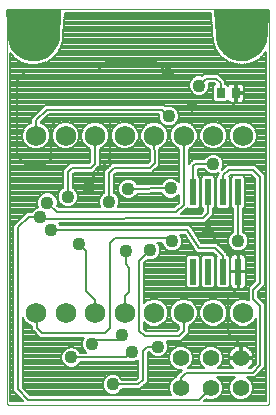
<source format=gtl>
G75*
%MOIN*%
%OFA0B0*%
%FSLAX25Y25*%
%IPPOS*%
%LPD*%
%AMOC8*
5,1,8,0,0,1.08239X$1,22.5*
%
%ADD10C,0.00000*%
%ADD11R,0.02756X0.03543*%
%ADD12R,0.02400X0.08700*%
%ADD13C,0.05600*%
%ADD14C,0.06800*%
%ADD15C,0.12661*%
%ADD16C,0.01200*%
%ADD17C,0.00800*%
%ADD18C,0.04362*%
%ADD19C,0.04000*%
D10*
X0001900Y0002499D02*
X0001900Y0132459D01*
X0001902Y0132519D01*
X0001907Y0132580D01*
X0001916Y0132639D01*
X0001929Y0132698D01*
X0001945Y0132757D01*
X0001965Y0132814D01*
X0001988Y0132869D01*
X0002015Y0132924D01*
X0002044Y0132976D01*
X0002077Y0133027D01*
X0002113Y0133076D01*
X0002151Y0133122D01*
X0002193Y0133166D01*
X0002237Y0133208D01*
X0002283Y0133246D01*
X0002332Y0133282D01*
X0002383Y0133315D01*
X0002435Y0133344D01*
X0002490Y0133371D01*
X0002545Y0133394D01*
X0002602Y0133414D01*
X0002661Y0133430D01*
X0002720Y0133443D01*
X0002779Y0133452D01*
X0002840Y0133457D01*
X0002900Y0133459D01*
X0088599Y0133459D01*
X0088599Y0133460D02*
X0088656Y0133458D01*
X0088713Y0133453D01*
X0088770Y0133443D01*
X0088826Y0133430D01*
X0088881Y0133414D01*
X0088934Y0133393D01*
X0088986Y0133370D01*
X0089037Y0133343D01*
X0089086Y0133312D01*
X0089132Y0133279D01*
X0089177Y0133243D01*
X0089218Y0133203D01*
X0089258Y0133162D01*
X0089294Y0133117D01*
X0089327Y0133071D01*
X0089358Y0133022D01*
X0089385Y0132971D01*
X0089408Y0132919D01*
X0089429Y0132866D01*
X0089445Y0132811D01*
X0089458Y0132755D01*
X0089468Y0132698D01*
X0089473Y0132641D01*
X0089475Y0132584D01*
X0089475Y0002499D01*
X0089473Y0002439D01*
X0089468Y0002378D01*
X0089459Y0002319D01*
X0089446Y0002260D01*
X0089430Y0002201D01*
X0089410Y0002144D01*
X0089387Y0002089D01*
X0089360Y0002034D01*
X0089331Y0001982D01*
X0089298Y0001931D01*
X0089262Y0001882D01*
X0089224Y0001836D01*
X0089182Y0001792D01*
X0089138Y0001750D01*
X0089092Y0001712D01*
X0089043Y0001676D01*
X0088992Y0001643D01*
X0088940Y0001614D01*
X0088885Y0001587D01*
X0088830Y0001564D01*
X0088773Y0001544D01*
X0088714Y0001528D01*
X0088655Y0001515D01*
X0088596Y0001506D01*
X0088535Y0001501D01*
X0088475Y0001499D01*
X0002900Y0001499D01*
X0002840Y0001501D01*
X0002779Y0001506D01*
X0002720Y0001515D01*
X0002661Y0001528D01*
X0002602Y0001544D01*
X0002545Y0001564D01*
X0002490Y0001587D01*
X0002435Y0001614D01*
X0002383Y0001643D01*
X0002332Y0001676D01*
X0002283Y0001712D01*
X0002237Y0001750D01*
X0002193Y0001792D01*
X0002151Y0001836D01*
X0002113Y0001882D01*
X0002077Y0001931D01*
X0002044Y0001982D01*
X0002015Y0002034D01*
X0001988Y0002089D01*
X0001965Y0002144D01*
X0001945Y0002201D01*
X0001929Y0002260D01*
X0001916Y0002319D01*
X0001907Y0002378D01*
X0001902Y0002439D01*
X0001900Y0002499D01*
D11*
X0073241Y0105499D03*
X0078359Y0105499D03*
D12*
X0079100Y0072499D03*
X0074100Y0072499D03*
X0069100Y0072499D03*
X0064100Y0072499D03*
X0064100Y0045999D03*
X0069100Y0045999D03*
X0074100Y0045999D03*
X0079100Y0045999D03*
D13*
X0080000Y0017199D03*
X0080000Y0007199D03*
X0070000Y0007199D03*
X0070000Y0017199D03*
X0060000Y0017199D03*
X0060000Y0007199D03*
D14*
X0060964Y0032271D03*
X0070806Y0032271D03*
X0080649Y0032271D03*
X0051121Y0032271D03*
X0041279Y0032271D03*
X0031436Y0032271D03*
X0021594Y0032271D03*
X0011751Y0032271D03*
X0011751Y0091326D03*
X0021594Y0091326D03*
X0031436Y0091326D03*
X0041279Y0091326D03*
X0051121Y0091326D03*
X0060964Y0091326D03*
X0070806Y0091326D03*
X0080649Y0091326D03*
D15*
X0080300Y0124799D03*
X0011000Y0124699D03*
D16*
X0014822Y0117754D02*
X0006932Y0117754D01*
X0007331Y0117514D02*
X0006249Y0118166D01*
X0005286Y0118985D01*
X0004467Y0119948D01*
X0003815Y0121030D01*
X0003345Y0122203D01*
X0003071Y0123437D01*
X0003000Y0124699D01*
X0002500Y0132699D01*
X0019500Y0132699D01*
X0019000Y0124699D01*
X0018879Y0123456D01*
X0018571Y0122246D01*
X0018081Y0121098D01*
X0017423Y0120037D01*
X0016610Y0119089D01*
X0015662Y0118276D01*
X0014601Y0117618D01*
X0013453Y0117128D01*
X0012243Y0116819D01*
X0011000Y0116699D01*
X0009738Y0116770D01*
X0008504Y0117044D01*
X0007331Y0117514D01*
X0005323Y0118953D02*
X0016451Y0118953D01*
X0017494Y0120151D02*
X0004344Y0120151D01*
X0003687Y0121350D02*
X0018189Y0121350D01*
X0018648Y0122548D02*
X0003269Y0122548D01*
X0003054Y0123747D02*
X0018908Y0123747D01*
X0019015Y0124946D02*
X0002985Y0124946D01*
X0002910Y0126144D02*
X0019090Y0126144D01*
X0019165Y0127343D02*
X0002835Y0127343D01*
X0002760Y0128541D02*
X0019240Y0128541D01*
X0019315Y0129740D02*
X0002685Y0129740D01*
X0002610Y0130938D02*
X0019390Y0130938D01*
X0019465Y0132137D02*
X0002535Y0132137D01*
X0071800Y0132799D02*
X0088800Y0132799D01*
X0088300Y0124799D01*
X0088179Y0123556D01*
X0087871Y0122346D01*
X0087381Y0121198D01*
X0086723Y0120137D01*
X0085910Y0119189D01*
X0084962Y0118376D01*
X0083901Y0117718D01*
X0082753Y0117228D01*
X0081543Y0116919D01*
X0080300Y0116799D01*
X0079038Y0116870D01*
X0077804Y0117144D01*
X0076631Y0117614D01*
X0075549Y0118266D01*
X0074586Y0119085D01*
X0073767Y0120048D01*
X0073115Y0121130D01*
X0072645Y0122303D01*
X0072371Y0123537D01*
X0072300Y0124799D01*
X0071800Y0132799D01*
X0071841Y0132137D02*
X0088759Y0132137D01*
X0088684Y0130938D02*
X0071916Y0130938D01*
X0071991Y0129740D02*
X0088609Y0129740D01*
X0088534Y0128541D02*
X0072066Y0128541D01*
X0072141Y0127343D02*
X0088459Y0127343D01*
X0088384Y0126144D02*
X0072216Y0126144D01*
X0072291Y0124946D02*
X0088309Y0124946D01*
X0088198Y0123747D02*
X0072360Y0123747D01*
X0072591Y0122548D02*
X0087922Y0122548D01*
X0087446Y0121350D02*
X0073027Y0121350D01*
X0073705Y0120151D02*
X0086732Y0120151D01*
X0085634Y0118953D02*
X0074741Y0118953D01*
X0076398Y0117754D02*
X0083961Y0117754D01*
D17*
X0084734Y0116116D02*
X0085293Y0116354D01*
X0085351Y0116499D01*
X0085411Y0116537D01*
X0085568Y0116525D01*
X0086029Y0116920D01*
X0086545Y0117241D01*
X0086581Y0117393D01*
X0086634Y0117439D01*
X0086791Y0117451D01*
X0087186Y0117913D01*
X0087647Y0118308D01*
X0087659Y0118464D01*
X0087705Y0118518D01*
X0087858Y0118554D01*
X0088179Y0119070D01*
X0088275Y0119182D01*
X0088275Y0002699D01*
X0067763Y0002699D01*
X0068539Y0003475D01*
X0069204Y0003199D01*
X0070796Y0003199D01*
X0072266Y0003808D01*
X0073391Y0004933D01*
X0074000Y0006403D01*
X0074000Y0007995D01*
X0073391Y0009465D01*
X0072266Y0010590D01*
X0072003Y0010699D01*
X0077997Y0010699D01*
X0077734Y0010590D01*
X0076609Y0009465D01*
X0076000Y0007995D01*
X0076000Y0006403D01*
X0076609Y0004933D01*
X0077734Y0003808D01*
X0079204Y0003199D01*
X0080796Y0003199D01*
X0082266Y0003808D01*
X0083391Y0004933D01*
X0084000Y0006403D01*
X0084000Y0007995D01*
X0083391Y0009465D01*
X0082266Y0010590D01*
X0082003Y0010699D01*
X0084763Y0010699D01*
X0087163Y0013099D01*
X0088100Y0014036D01*
X0088100Y0035162D01*
X0085800Y0037462D01*
X0085800Y0039335D01*
X0087063Y0040594D01*
X0087064Y0040594D01*
X0087530Y0041059D01*
X0088001Y0041528D01*
X0088001Y0041530D01*
X0088002Y0041531D01*
X0088002Y0042187D01*
X0088003Y0042854D01*
X0088002Y0042855D01*
X0088000Y0077482D01*
X0088014Y0078127D01*
X0088000Y0078142D01*
X0088000Y0078162D01*
X0087543Y0078618D01*
X0085700Y0080542D01*
X0085700Y0080562D01*
X0085243Y0081018D01*
X0084797Y0081484D01*
X0084777Y0081485D01*
X0084763Y0081499D01*
X0084117Y0081499D01*
X0083471Y0081513D01*
X0083457Y0081499D01*
X0075237Y0081499D01*
X0074300Y0080562D01*
X0073698Y0079959D01*
X0074181Y0081126D01*
X0074181Y0082471D01*
X0073666Y0083714D01*
X0072715Y0084665D01*
X0071473Y0085180D01*
X0070127Y0085180D01*
X0068885Y0084665D01*
X0067934Y0083714D01*
X0067803Y0083399D01*
X0064137Y0083399D01*
X0063200Y0082462D01*
X0062564Y0081825D01*
X0062564Y0087010D01*
X0063569Y0087427D01*
X0064863Y0088721D01*
X0065564Y0090411D01*
X0065564Y0092241D01*
X0064863Y0093932D01*
X0063569Y0095226D01*
X0061879Y0095926D01*
X0060049Y0095926D01*
X0058358Y0095226D01*
X0057064Y0093932D01*
X0056364Y0092241D01*
X0056364Y0090411D01*
X0057064Y0088721D01*
X0058358Y0087427D01*
X0059364Y0087010D01*
X0059364Y0075717D01*
X0058515Y0076565D01*
X0057273Y0077080D01*
X0055927Y0077080D01*
X0054685Y0076565D01*
X0053734Y0075614D01*
X0053594Y0075278D01*
X0045488Y0075220D01*
X0045366Y0075514D01*
X0044415Y0076465D01*
X0043173Y0076980D01*
X0041827Y0076980D01*
X0040585Y0076465D01*
X0039634Y0075514D01*
X0039119Y0074271D01*
X0039119Y0072926D01*
X0039634Y0071684D01*
X0040585Y0070732D01*
X0041827Y0070218D01*
X0043173Y0070218D01*
X0044415Y0070732D01*
X0045366Y0071684D01*
X0045506Y0072020D01*
X0053612Y0072078D01*
X0053734Y0071784D01*
X0054685Y0070832D01*
X0055927Y0070318D01*
X0057273Y0070318D01*
X0058515Y0070832D01*
X0059364Y0071681D01*
X0059364Y0069025D01*
X0057837Y0067499D01*
X0039014Y0067499D01*
X0039481Y0068626D01*
X0039481Y0069971D01*
X0038966Y0071214D01*
X0038015Y0072165D01*
X0037700Y0072296D01*
X0037700Y0078136D01*
X0038463Y0078899D01*
X0050263Y0078899D01*
X0051200Y0079836D01*
X0051891Y0080527D01*
X0051901Y0080527D01*
X0052359Y0080995D01*
X0052821Y0081457D01*
X0052821Y0081468D01*
X0052828Y0081475D01*
X0052821Y0082128D01*
X0052821Y0082783D01*
X0052814Y0082790D01*
X0052768Y0087030D01*
X0053727Y0087427D01*
X0055021Y0088721D01*
X0055721Y0090411D01*
X0055721Y0092241D01*
X0055021Y0093932D01*
X0053727Y0095226D01*
X0052036Y0095926D01*
X0050206Y0095926D01*
X0048516Y0095226D01*
X0047222Y0093932D01*
X0046521Y0092241D01*
X0046521Y0090411D01*
X0047222Y0088721D01*
X0048516Y0087427D01*
X0049568Y0086991D01*
X0049614Y0082776D01*
X0048937Y0082099D01*
X0037137Y0082099D01*
X0035437Y0080399D01*
X0034500Y0079462D01*
X0034500Y0072296D01*
X0034185Y0072165D01*
X0033234Y0071214D01*
X0032719Y0069971D01*
X0032719Y0068626D01*
X0033186Y0067499D01*
X0019263Y0067499D01*
X0018751Y0068011D01*
X0018881Y0068326D01*
X0018881Y0069671D01*
X0018366Y0070914D01*
X0017415Y0071865D01*
X0016173Y0072380D01*
X0014827Y0072380D01*
X0013585Y0071865D01*
X0012634Y0070914D01*
X0012119Y0069671D01*
X0012119Y0068326D01*
X0012478Y0067459D01*
X0011285Y0066965D01*
X0010334Y0066014D01*
X0010286Y0065899D01*
X0008637Y0065899D01*
X0004100Y0061362D01*
X0004100Y0006036D01*
X0005037Y0005099D01*
X0007437Y0002699D01*
X0003100Y0002699D01*
X0003100Y0118729D01*
X0003311Y0118380D01*
X0003471Y0118340D01*
X0003539Y0118261D01*
X0003552Y0118096D01*
X0004009Y0117708D01*
X0004397Y0117251D01*
X0004562Y0117237D01*
X0004641Y0117170D01*
X0004681Y0117009D01*
X0005194Y0116700D01*
X0005651Y0116312D01*
X0005816Y0116325D01*
X0005905Y0116272D01*
X0005970Y0116119D01*
X0006527Y0115897D01*
X0007040Y0115587D01*
X0007201Y0115627D01*
X0007297Y0115589D01*
X0007386Y0115449D01*
X0007972Y0115319D01*
X0008528Y0115096D01*
X0008680Y0115161D01*
X0008782Y0115139D01*
X0008892Y0115015D01*
X0009491Y0114981D01*
X0010076Y0114852D01*
X0010215Y0114940D01*
X0010311Y0114935D01*
X0010432Y0114835D01*
X0011036Y0114894D01*
X0011643Y0114860D01*
X0011760Y0114964D01*
X0011830Y0114971D01*
X0011965Y0114891D01*
X0012554Y0115041D01*
X0013159Y0115100D01*
X0013258Y0115221D01*
X0013327Y0115238D01*
X0013472Y0115180D01*
X0014031Y0115418D01*
X0014620Y0115568D01*
X0014700Y0115703D01*
X0014765Y0115731D01*
X0014918Y0115695D01*
X0015434Y0116016D01*
X0015993Y0116254D01*
X0016051Y0116399D01*
X0016111Y0116437D01*
X0016268Y0116425D01*
X0016729Y0116820D01*
X0017245Y0117141D01*
X0017281Y0117293D01*
X0017334Y0117339D01*
X0017491Y0117351D01*
X0017886Y0117813D01*
X0018347Y0118208D01*
X0018359Y0118364D01*
X0018405Y0118418D01*
X0018558Y0118454D01*
X0018879Y0118970D01*
X0019274Y0119431D01*
X0019262Y0119587D01*
X0019300Y0119648D01*
X0019445Y0119706D01*
X0019683Y0120265D01*
X0020004Y0120781D01*
X0019968Y0120934D01*
X0019996Y0120999D01*
X0020131Y0121079D01*
X0020281Y0121668D01*
X0020519Y0122227D01*
X0020460Y0122372D01*
X0020478Y0122441D01*
X0020599Y0122540D01*
X0020658Y0123145D01*
X0020808Y0123734D01*
X0020746Y0123839D01*
X0020750Y0123842D01*
X0020795Y0124556D01*
X0020864Y0125267D01*
X0020841Y0125295D01*
X0021254Y0131907D01*
X0021300Y0131953D01*
X0021300Y0132259D01*
X0070000Y0132259D01*
X0070000Y0132053D01*
X0070046Y0132007D01*
X0070503Y0124691D01*
X0070542Y0124014D01*
X0070453Y0123875D01*
X0070583Y0123289D01*
X0070617Y0122691D01*
X0070740Y0122581D01*
X0070763Y0122479D01*
X0070697Y0122327D01*
X0070920Y0121770D01*
X0071050Y0121185D01*
X0071190Y0121096D01*
X0071228Y0121000D01*
X0071188Y0120839D01*
X0071498Y0120326D01*
X0071721Y0119769D01*
X0071873Y0119704D01*
X0071926Y0119615D01*
X0071913Y0119450D01*
X0072301Y0118993D01*
X0072611Y0118480D01*
X0072771Y0118440D01*
X0072839Y0118361D01*
X0072852Y0118196D01*
X0073309Y0117808D01*
X0073697Y0117351D01*
X0073862Y0117337D01*
X0073941Y0117270D01*
X0073981Y0117109D01*
X0074494Y0116800D01*
X0074951Y0116412D01*
X0075116Y0116425D01*
X0075205Y0116372D01*
X0075270Y0116219D01*
X0075827Y0115997D01*
X0076340Y0115687D01*
X0076501Y0115727D01*
X0076597Y0115689D01*
X0076686Y0115549D01*
X0077272Y0115419D01*
X0077828Y0115196D01*
X0077980Y0115261D01*
X0078082Y0115239D01*
X0078192Y0115115D01*
X0078791Y0115081D01*
X0079376Y0114952D01*
X0079515Y0115040D01*
X0079611Y0115035D01*
X0079732Y0114935D01*
X0080336Y0114994D01*
X0080943Y0114960D01*
X0081060Y0115064D01*
X0081130Y0115071D01*
X0081265Y0114991D01*
X0081854Y0115141D01*
X0082459Y0115200D01*
X0082558Y0115321D01*
X0082627Y0115338D01*
X0082772Y0115280D01*
X0083331Y0115518D01*
X0083920Y0115668D01*
X0084000Y0115803D01*
X0084065Y0115831D01*
X0084218Y0115795D01*
X0084734Y0116116D01*
X0085345Y0116484D02*
X0088275Y0116484D01*
X0088275Y0115686D02*
X0083930Y0115686D01*
X0086555Y0117283D02*
X0088275Y0117283D01*
X0088275Y0118082D02*
X0087383Y0118082D01*
X0088061Y0118880D02*
X0088275Y0118880D01*
X0088275Y0114887D02*
X0011674Y0114887D01*
X0011150Y0114887D02*
X0010970Y0114887D01*
X0010368Y0114887D02*
X0010132Y0114887D01*
X0009914Y0114887D02*
X0003100Y0114887D01*
X0003100Y0114089D02*
X0088275Y0114089D01*
X0088275Y0113290D02*
X0003100Y0113290D01*
X0003100Y0112492D02*
X0088275Y0112492D01*
X0088275Y0111693D02*
X0072668Y0111693D01*
X0072463Y0111899D02*
X0068942Y0111899D01*
X0068927Y0111913D01*
X0068282Y0111899D01*
X0067637Y0111899D01*
X0067623Y0111884D01*
X0067602Y0111884D01*
X0067156Y0111418D01*
X0067017Y0111279D01*
X0066773Y0111380D01*
X0065427Y0111380D01*
X0064185Y0110865D01*
X0063234Y0109914D01*
X0062719Y0108671D01*
X0062719Y0107326D01*
X0063234Y0106084D01*
X0064185Y0105132D01*
X0065427Y0104618D01*
X0066773Y0104618D01*
X0068015Y0105132D01*
X0068966Y0106084D01*
X0069481Y0107326D01*
X0069481Y0108671D01*
X0069470Y0108699D01*
X0071137Y0108699D01*
X0071366Y0108470D01*
X0070663Y0107768D01*
X0070663Y0103230D01*
X0071366Y0102527D01*
X0075116Y0102527D01*
X0075713Y0103124D01*
X0075861Y0102868D01*
X0076121Y0102607D01*
X0076441Y0102423D01*
X0076797Y0102327D01*
X0078070Y0102327D01*
X0078070Y0105210D01*
X0078648Y0105210D01*
X0078648Y0105788D01*
X0078070Y0105788D01*
X0078070Y0108670D01*
X0076797Y0108670D01*
X0076441Y0108575D01*
X0076121Y0108391D01*
X0075861Y0108130D01*
X0075713Y0107874D01*
X0075116Y0108470D01*
X0074841Y0108470D01*
X0074841Y0109521D01*
X0073400Y0110962D01*
X0072463Y0111899D01*
X0073467Y0110895D02*
X0088275Y0110895D01*
X0088275Y0110096D02*
X0074265Y0110096D01*
X0074841Y0109298D02*
X0088275Y0109298D01*
X0088275Y0108499D02*
X0080409Y0108499D01*
X0080277Y0108575D02*
X0079921Y0108670D01*
X0078648Y0108670D01*
X0078648Y0105788D01*
X0081137Y0105788D01*
X0081137Y0107455D01*
X0081042Y0107811D01*
X0080857Y0108130D01*
X0080597Y0108391D01*
X0080277Y0108575D01*
X0081071Y0107701D02*
X0088275Y0107701D01*
X0088275Y0106902D02*
X0081137Y0106902D01*
X0081137Y0106104D02*
X0088275Y0106104D01*
X0088275Y0105305D02*
X0078648Y0105305D01*
X0078600Y0105258D02*
X0078359Y0105499D01*
X0078600Y0105258D02*
X0078600Y0102899D01*
X0077000Y0101299D01*
X0063800Y0101299D01*
X0064012Y0105305D02*
X0003100Y0105305D01*
X0003100Y0104507D02*
X0070663Y0104507D01*
X0070663Y0105305D02*
X0068188Y0105305D01*
X0068975Y0106104D02*
X0070663Y0106104D01*
X0070663Y0106902D02*
X0069305Y0106902D01*
X0069481Y0107701D02*
X0070663Y0107701D01*
X0071337Y0108499D02*
X0069481Y0108499D01*
X0068300Y0110299D02*
X0066100Y0107999D01*
X0064256Y0110895D02*
X0003100Y0110895D01*
X0003100Y0111693D02*
X0067420Y0111693D01*
X0068300Y0110299D02*
X0071800Y0110299D01*
X0073241Y0108858D01*
X0073241Y0105499D01*
X0074841Y0108499D02*
X0076310Y0108499D01*
X0078070Y0108499D02*
X0078648Y0108499D01*
X0078648Y0107701D02*
X0078070Y0107701D01*
X0078070Y0106902D02*
X0078648Y0106902D01*
X0078648Y0106104D02*
X0078070Y0106104D01*
X0078648Y0105210D02*
X0081137Y0105210D01*
X0081137Y0103543D01*
X0081042Y0103187D01*
X0080857Y0102868D01*
X0080597Y0102607D01*
X0080277Y0102423D01*
X0079921Y0102327D01*
X0078648Y0102327D01*
X0078648Y0105210D01*
X0078648Y0104507D02*
X0078070Y0104507D01*
X0078070Y0103708D02*
X0078648Y0103708D01*
X0078648Y0102910D02*
X0078070Y0102910D01*
X0075836Y0102910D02*
X0075499Y0102910D01*
X0070983Y0102910D02*
X0003100Y0102910D01*
X0003100Y0103708D02*
X0070663Y0103708D01*
X0069891Y0095926D02*
X0068201Y0095226D01*
X0066907Y0093932D01*
X0066206Y0092241D01*
X0066206Y0090411D01*
X0066907Y0088721D01*
X0068201Y0087427D01*
X0069891Y0086726D01*
X0071721Y0086726D01*
X0073412Y0087427D01*
X0074706Y0088721D01*
X0075406Y0090411D01*
X0075406Y0092241D01*
X0074706Y0093932D01*
X0073412Y0095226D01*
X0071721Y0095926D01*
X0069891Y0095926D01*
X0069401Y0095723D02*
X0062369Y0095723D01*
X0063871Y0094925D02*
X0067899Y0094925D01*
X0067101Y0094126D02*
X0064669Y0094126D01*
X0065114Y0093328D02*
X0066656Y0093328D01*
X0066325Y0092529D02*
X0065445Y0092529D01*
X0065564Y0091731D02*
X0066206Y0091731D01*
X0066206Y0090932D02*
X0065564Y0090932D01*
X0065449Y0090134D02*
X0066321Y0090134D01*
X0066652Y0089335D02*
X0065118Y0089335D01*
X0064679Y0088537D02*
X0067091Y0088537D01*
X0067889Y0087738D02*
X0063881Y0087738D01*
X0062564Y0086940D02*
X0069377Y0086940D01*
X0068764Y0084544D02*
X0062564Y0084544D01*
X0062564Y0083746D02*
X0067965Y0083746D01*
X0070800Y0081799D02*
X0064800Y0081799D01*
X0064100Y0081099D01*
X0064100Y0072499D01*
X0066500Y0072566D02*
X0066700Y0072566D01*
X0066700Y0071768D02*
X0066500Y0071768D01*
X0066500Y0070969D02*
X0066700Y0070969D01*
X0066700Y0070171D02*
X0066500Y0070171D01*
X0066500Y0069372D02*
X0066700Y0069372D01*
X0066700Y0068574D02*
X0066500Y0068574D01*
X0066500Y0067775D02*
X0066700Y0067775D01*
X0066700Y0067652D02*
X0067403Y0066949D01*
X0067500Y0066949D01*
X0067500Y0066162D01*
X0066637Y0065299D01*
X0060162Y0065298D01*
X0062108Y0067244D01*
X0062403Y0066949D01*
X0065797Y0066949D01*
X0066500Y0067652D01*
X0066500Y0077346D01*
X0065797Y0078049D01*
X0065700Y0078049D01*
X0065700Y0080199D01*
X0067803Y0080199D01*
X0067934Y0079884D01*
X0068885Y0078932D01*
X0070127Y0078418D01*
X0071473Y0078418D01*
X0072640Y0078901D01*
X0072500Y0078762D01*
X0072500Y0078049D01*
X0072403Y0078049D01*
X0071700Y0077346D01*
X0071700Y0067652D01*
X0072403Y0066949D01*
X0075797Y0066949D01*
X0076500Y0067652D01*
X0076500Y0077346D01*
X0076055Y0077791D01*
X0076563Y0078299D01*
X0083417Y0078299D01*
X0084800Y0076856D01*
X0084802Y0042858D01*
X0083539Y0041599D01*
X0083537Y0041599D01*
X0083072Y0041133D01*
X0082601Y0040664D01*
X0082601Y0040663D01*
X0082600Y0040662D01*
X0082600Y0040001D01*
X0082599Y0039339D01*
X0082600Y0039338D01*
X0082600Y0036442D01*
X0081564Y0036871D01*
X0079734Y0036871D01*
X0078043Y0036171D01*
X0076749Y0034877D01*
X0076049Y0033186D01*
X0076049Y0031356D01*
X0076749Y0029666D01*
X0078043Y0028372D01*
X0079734Y0027671D01*
X0081564Y0027671D01*
X0083255Y0028372D01*
X0084548Y0029666D01*
X0084900Y0030514D01*
X0084900Y0015362D01*
X0083437Y0013899D01*
X0082603Y0013899D01*
X0082736Y0013995D01*
X0083204Y0014463D01*
X0083592Y0014998D01*
X0083892Y0015587D01*
X0084097Y0016215D01*
X0084189Y0016799D01*
X0080400Y0016799D01*
X0080400Y0017599D01*
X0079600Y0017599D01*
X0079600Y0021388D01*
X0079016Y0021295D01*
X0078388Y0021091D01*
X0077799Y0020791D01*
X0077264Y0020402D01*
X0076796Y0019935D01*
X0076408Y0019400D01*
X0076108Y0018811D01*
X0075903Y0018182D01*
X0075811Y0017599D01*
X0079600Y0017599D01*
X0079600Y0016799D01*
X0075811Y0016799D01*
X0075903Y0016215D01*
X0076108Y0015587D01*
X0076408Y0014998D01*
X0076796Y0014463D01*
X0077264Y0013995D01*
X0077397Y0013899D01*
X0072357Y0013899D01*
X0073391Y0014933D01*
X0074000Y0016403D01*
X0074000Y0017995D01*
X0073391Y0019465D01*
X0072266Y0020590D01*
X0070796Y0021199D01*
X0069204Y0021199D01*
X0067734Y0020590D01*
X0066609Y0019465D01*
X0066000Y0017995D01*
X0066000Y0016403D01*
X0066609Y0014933D01*
X0067643Y0013899D01*
X0062357Y0013899D01*
X0063391Y0014933D01*
X0064000Y0016403D01*
X0064000Y0017995D01*
X0063391Y0019465D01*
X0062266Y0020590D01*
X0060796Y0021199D01*
X0059204Y0021199D01*
X0057734Y0020590D01*
X0056609Y0019465D01*
X0056000Y0017995D01*
X0056000Y0016403D01*
X0056609Y0014933D01*
X0057734Y0013808D01*
X0059204Y0013199D01*
X0060437Y0013199D01*
X0060200Y0012962D01*
X0059337Y0012099D01*
X0058400Y0011162D01*
X0058400Y0010866D01*
X0057734Y0010590D01*
X0056609Y0009465D01*
X0056000Y0007995D01*
X0056000Y0006403D01*
X0056609Y0004933D01*
X0056743Y0004799D01*
X0009863Y0004799D01*
X0007300Y0007362D01*
X0007300Y0030997D01*
X0007851Y0029666D01*
X0009145Y0028372D01*
X0010300Y0027893D01*
X0010300Y0026636D01*
X0011237Y0025699D01*
X0012100Y0024836D01*
X0013037Y0023899D01*
X0027818Y0023899D01*
X0027634Y0023714D01*
X0027119Y0022471D01*
X0027119Y0021126D01*
X0027634Y0019884D01*
X0028518Y0018999D01*
X0026497Y0018999D01*
X0026366Y0019314D01*
X0025415Y0020265D01*
X0024173Y0020780D01*
X0022827Y0020780D01*
X0021585Y0020265D01*
X0020634Y0019314D01*
X0020119Y0018071D01*
X0020119Y0016726D01*
X0020634Y0015484D01*
X0021585Y0014532D01*
X0022827Y0014018D01*
X0024173Y0014018D01*
X0025415Y0014532D01*
X0026366Y0015484D01*
X0026497Y0015799D01*
X0042463Y0015799D01*
X0042612Y0015948D01*
X0042927Y0015818D01*
X0044273Y0015818D01*
X0045515Y0016332D01*
X0045800Y0016617D01*
X0045800Y0010662D01*
X0045137Y0009999D01*
X0040297Y0009999D01*
X0040166Y0010314D01*
X0039215Y0011265D01*
X0037973Y0011780D01*
X0036627Y0011780D01*
X0035385Y0011265D01*
X0034434Y0010314D01*
X0033919Y0009071D01*
X0033919Y0007726D01*
X0034434Y0006484D01*
X0035385Y0005532D01*
X0036627Y0005018D01*
X0037973Y0005018D01*
X0039215Y0005532D01*
X0040166Y0006484D01*
X0040297Y0006799D01*
X0046463Y0006799D01*
X0047400Y0007736D01*
X0049000Y0009336D01*
X0049000Y0018936D01*
X0049421Y0019357D01*
X0049534Y0019084D01*
X0050485Y0018132D01*
X0051727Y0017618D01*
X0053073Y0017618D01*
X0054315Y0018132D01*
X0055266Y0019084D01*
X0055781Y0020326D01*
X0055781Y0021671D01*
X0055273Y0022899D01*
X0059293Y0022899D01*
X0059949Y0022893D01*
X0059955Y0022899D01*
X0059963Y0022899D01*
X0060427Y0023363D01*
X0061619Y0024535D01*
X0061627Y0024535D01*
X0062090Y0024999D01*
X0062558Y0025459D01*
X0062558Y0025467D01*
X0062564Y0025472D01*
X0062564Y0026128D01*
X0062569Y0026784D01*
X0062564Y0026790D01*
X0062564Y0027955D01*
X0063569Y0028372D01*
X0064863Y0029666D01*
X0065564Y0031356D01*
X0065564Y0033186D01*
X0064863Y0034877D01*
X0063569Y0036171D01*
X0061879Y0036871D01*
X0060049Y0036871D01*
X0058358Y0036171D01*
X0057064Y0034877D01*
X0056364Y0033186D01*
X0056364Y0031356D01*
X0057064Y0029666D01*
X0058358Y0028372D01*
X0059364Y0027955D01*
X0059364Y0026806D01*
X0058645Y0026099D01*
X0048636Y0026099D01*
X0047797Y0026891D01*
X0047788Y0029100D01*
X0048516Y0028372D01*
X0050206Y0027671D01*
X0052036Y0027671D01*
X0053727Y0028372D01*
X0055021Y0029666D01*
X0055721Y0031356D01*
X0055721Y0033186D01*
X0055021Y0034877D01*
X0053727Y0036171D01*
X0052036Y0036871D01*
X0050206Y0036871D01*
X0048516Y0036171D01*
X0047761Y0035416D01*
X0047703Y0048939D01*
X0048712Y0049948D01*
X0049027Y0049818D01*
X0050373Y0049818D01*
X0051615Y0050332D01*
X0052566Y0051284D01*
X0053081Y0052526D01*
X0053081Y0053871D01*
X0052566Y0055114D01*
X0052082Y0055599D01*
X0053719Y0055599D01*
X0053719Y0055426D01*
X0054234Y0054184D01*
X0055185Y0053232D01*
X0056427Y0052718D01*
X0057773Y0052718D01*
X0059015Y0053232D01*
X0059966Y0054184D01*
X0060481Y0055426D01*
X0060481Y0056771D01*
X0059966Y0058014D01*
X0059682Y0058299D01*
X0061232Y0058299D01*
X0064400Y0053425D01*
X0064400Y0053236D01*
X0064750Y0052886D01*
X0065020Y0052471D01*
X0065204Y0052432D01*
X0065337Y0052299D01*
X0065832Y0052299D01*
X0066316Y0052196D01*
X0066474Y0052299D01*
X0070637Y0052299D01*
X0071895Y0051041D01*
X0071700Y0050846D01*
X0071700Y0041152D01*
X0072403Y0040449D01*
X0075797Y0040449D01*
X0076500Y0041152D01*
X0076500Y0050846D01*
X0075797Y0051549D01*
X0075500Y0051549D01*
X0075500Y0051962D01*
X0075475Y0051986D01*
X0075474Y0052021D01*
X0075010Y0052452D01*
X0071963Y0055499D01*
X0066868Y0055499D01*
X0063700Y0060373D01*
X0063700Y0060562D01*
X0063350Y0060912D01*
X0063080Y0061327D01*
X0062896Y0061366D01*
X0062763Y0061499D01*
X0062268Y0061499D01*
X0061784Y0061602D01*
X0061626Y0061499D01*
X0019797Y0061499D01*
X0019666Y0061814D01*
X0019385Y0062095D01*
X0067278Y0062099D01*
X0067963Y0062099D01*
X0068473Y0062609D01*
X0069763Y0063899D01*
X0070700Y0064836D01*
X0070700Y0066949D01*
X0070797Y0066949D01*
X0071500Y0067652D01*
X0071500Y0077346D01*
X0070797Y0078049D01*
X0067403Y0078049D01*
X0066700Y0077346D01*
X0066700Y0067652D01*
X0067375Y0066977D02*
X0065825Y0066977D01*
X0066718Y0065380D02*
X0060244Y0065380D01*
X0061042Y0066178D02*
X0067500Y0066178D01*
X0069100Y0065499D02*
X0069100Y0072499D01*
X0066700Y0073365D02*
X0066500Y0073365D01*
X0066500Y0074163D02*
X0066700Y0074163D01*
X0066700Y0074962D02*
X0066500Y0074962D01*
X0066500Y0075760D02*
X0066700Y0075760D01*
X0066700Y0076559D02*
X0066500Y0076559D01*
X0066488Y0077357D02*
X0066712Y0077357D01*
X0065700Y0078156D02*
X0072500Y0078156D01*
X0071712Y0077357D02*
X0071488Y0077357D01*
X0071500Y0076559D02*
X0071700Y0076559D01*
X0071700Y0075760D02*
X0071500Y0075760D01*
X0071500Y0074962D02*
X0071700Y0074962D01*
X0071700Y0074163D02*
X0071500Y0074163D01*
X0071500Y0073365D02*
X0071700Y0073365D01*
X0071700Y0072566D02*
X0071500Y0072566D01*
X0071500Y0071768D02*
X0071700Y0071768D01*
X0071700Y0070969D02*
X0071500Y0070969D01*
X0071500Y0070171D02*
X0071700Y0070171D01*
X0071700Y0069372D02*
X0071500Y0069372D01*
X0071500Y0068574D02*
X0071700Y0068574D01*
X0071700Y0067775D02*
X0071500Y0067775D01*
X0070825Y0066977D02*
X0072375Y0066977D01*
X0070700Y0066178D02*
X0077500Y0066178D01*
X0077500Y0066949D02*
X0077500Y0059196D01*
X0077185Y0059065D01*
X0076234Y0058114D01*
X0075719Y0056871D01*
X0075719Y0055526D01*
X0076234Y0054284D01*
X0077185Y0053332D01*
X0078427Y0052818D01*
X0079773Y0052818D01*
X0081015Y0053332D01*
X0081966Y0054284D01*
X0082481Y0055526D01*
X0082481Y0056871D01*
X0081966Y0058114D01*
X0081015Y0059065D01*
X0080700Y0059196D01*
X0080700Y0066949D01*
X0080797Y0066949D01*
X0081500Y0067652D01*
X0081500Y0077346D01*
X0080797Y0078049D01*
X0077403Y0078049D01*
X0076700Y0077346D01*
X0076700Y0067652D01*
X0077403Y0066949D01*
X0077500Y0066949D01*
X0077375Y0066977D02*
X0075825Y0066977D01*
X0076500Y0067775D02*
X0076700Y0067775D01*
X0076700Y0068574D02*
X0076500Y0068574D01*
X0076500Y0069372D02*
X0076700Y0069372D01*
X0076700Y0070171D02*
X0076500Y0070171D01*
X0076500Y0070969D02*
X0076700Y0070969D01*
X0076700Y0071768D02*
X0076500Y0071768D01*
X0076500Y0072566D02*
X0076700Y0072566D01*
X0076700Y0073365D02*
X0076500Y0073365D01*
X0076500Y0074163D02*
X0076700Y0074163D01*
X0076700Y0074962D02*
X0076500Y0074962D01*
X0076500Y0075760D02*
X0076700Y0075760D01*
X0076700Y0076559D02*
X0076500Y0076559D01*
X0076488Y0077357D02*
X0076712Y0077357D01*
X0076420Y0078156D02*
X0083554Y0078156D01*
X0084319Y0077357D02*
X0081488Y0077357D01*
X0081500Y0076559D02*
X0084800Y0076559D01*
X0084800Y0075760D02*
X0081500Y0075760D01*
X0081500Y0074962D02*
X0084800Y0074962D01*
X0084800Y0074163D02*
X0081500Y0074163D01*
X0081500Y0073365D02*
X0084800Y0073365D01*
X0084800Y0072566D02*
X0081500Y0072566D01*
X0081500Y0071768D02*
X0084800Y0071768D01*
X0084800Y0070969D02*
X0081500Y0070969D01*
X0081500Y0070171D02*
X0084800Y0070171D01*
X0084800Y0069372D02*
X0081500Y0069372D01*
X0081500Y0068574D02*
X0084800Y0068574D01*
X0084800Y0067775D02*
X0081500Y0067775D01*
X0080825Y0066977D02*
X0084800Y0066977D01*
X0084801Y0066178D02*
X0080700Y0066178D01*
X0080700Y0065380D02*
X0084801Y0065380D01*
X0084801Y0064581D02*
X0080700Y0064581D01*
X0080700Y0063783D02*
X0084801Y0063783D01*
X0084801Y0062984D02*
X0080700Y0062984D01*
X0080700Y0062186D02*
X0084801Y0062186D01*
X0084801Y0061387D02*
X0080700Y0061387D01*
X0080700Y0060589D02*
X0084801Y0060589D01*
X0084801Y0059790D02*
X0080700Y0059790D01*
X0081089Y0058992D02*
X0084801Y0058992D01*
X0084801Y0058193D02*
X0081887Y0058193D01*
X0082264Y0057395D02*
X0084801Y0057395D01*
X0084801Y0056596D02*
X0082481Y0056596D01*
X0082481Y0055798D02*
X0084801Y0055798D01*
X0084801Y0054999D02*
X0082263Y0054999D01*
X0081883Y0054201D02*
X0084801Y0054201D01*
X0084801Y0053402D02*
X0081085Y0053402D01*
X0080484Y0051749D02*
X0079300Y0051749D01*
X0079300Y0046199D01*
X0078900Y0046199D01*
X0078900Y0051749D01*
X0077716Y0051749D01*
X0077360Y0051653D01*
X0077040Y0051469D01*
X0076780Y0051208D01*
X0076595Y0050889D01*
X0076500Y0050533D01*
X0076500Y0046199D01*
X0078900Y0046199D01*
X0078900Y0045799D01*
X0076500Y0045799D01*
X0076500Y0041465D01*
X0076595Y0041108D01*
X0076780Y0040789D01*
X0077040Y0040529D01*
X0077360Y0040344D01*
X0077716Y0040249D01*
X0078900Y0040249D01*
X0078900Y0045799D01*
X0079300Y0045799D01*
X0079300Y0046199D01*
X0081700Y0046199D01*
X0081700Y0050533D01*
X0081605Y0050889D01*
X0081420Y0051208D01*
X0081160Y0051469D01*
X0080840Y0051653D01*
X0080484Y0051749D01*
X0081537Y0051007D02*
X0084801Y0051007D01*
X0084801Y0051805D02*
X0075500Y0051805D01*
X0074858Y0052604D02*
X0084801Y0052604D01*
X0084801Y0050208D02*
X0081700Y0050208D01*
X0081700Y0049410D02*
X0084801Y0049410D01*
X0084801Y0048611D02*
X0081700Y0048611D01*
X0081700Y0047813D02*
X0084801Y0047813D01*
X0084801Y0047014D02*
X0081700Y0047014D01*
X0081700Y0046215D02*
X0084801Y0046215D01*
X0084801Y0045417D02*
X0081700Y0045417D01*
X0081700Y0045799D02*
X0079300Y0045799D01*
X0079300Y0040249D01*
X0080484Y0040249D01*
X0080840Y0040344D01*
X0081160Y0040529D01*
X0081420Y0040789D01*
X0081605Y0041108D01*
X0081700Y0041465D01*
X0081700Y0045799D01*
X0081700Y0044618D02*
X0084801Y0044618D01*
X0084802Y0043820D02*
X0081700Y0043820D01*
X0081700Y0043021D02*
X0084802Y0043021D01*
X0084165Y0042223D02*
X0081700Y0042223D01*
X0081689Y0041424D02*
X0083363Y0041424D01*
X0082600Y0040626D02*
X0081257Y0040626D01*
X0082600Y0039827D02*
X0047742Y0039827D01*
X0047745Y0039029D02*
X0082600Y0039029D01*
X0082600Y0038230D02*
X0047749Y0038230D01*
X0047752Y0037432D02*
X0082600Y0037432D01*
X0082600Y0036633D02*
X0082138Y0036633D01*
X0084200Y0036799D02*
X0084200Y0039999D01*
X0086402Y0042194D01*
X0086400Y0077499D01*
X0084100Y0079899D01*
X0075900Y0079899D01*
X0074100Y0078099D01*
X0074100Y0072499D01*
X0079100Y0072499D02*
X0079100Y0056199D01*
X0077111Y0058992D02*
X0064598Y0058992D01*
X0064079Y0059790D02*
X0077500Y0059790D01*
X0077500Y0060589D02*
X0063673Y0060589D01*
X0062874Y0061387D02*
X0077500Y0061387D01*
X0077500Y0062186D02*
X0068050Y0062186D01*
X0067963Y0062099D02*
X0067963Y0062099D01*
X0067963Y0062099D01*
X0068848Y0062984D02*
X0077500Y0062984D01*
X0077500Y0063783D02*
X0069647Y0063783D01*
X0070445Y0064581D02*
X0077500Y0064581D01*
X0077500Y0065380D02*
X0070700Y0065380D01*
X0069100Y0065499D02*
X0067300Y0063699D01*
X0015203Y0063695D01*
X0013200Y0064099D01*
X0013300Y0064299D02*
X0009300Y0064299D01*
X0005700Y0060699D01*
X0005700Y0006699D01*
X0009200Y0003199D01*
X0066000Y0003199D01*
X0070000Y0007199D01*
X0072573Y0010282D02*
X0077427Y0010282D01*
X0076628Y0009484D02*
X0073372Y0009484D01*
X0073714Y0008685D02*
X0076286Y0008685D01*
X0076000Y0007887D02*
X0074000Y0007887D01*
X0074000Y0007088D02*
X0076000Y0007088D01*
X0076047Y0006290D02*
X0073953Y0006290D01*
X0073622Y0005491D02*
X0076378Y0005491D01*
X0076849Y0004693D02*
X0073151Y0004693D01*
X0072352Y0003894D02*
X0077648Y0003894D01*
X0082352Y0003894D02*
X0088275Y0003894D01*
X0088275Y0003096D02*
X0068160Y0003096D01*
X0060000Y0010499D02*
X0061800Y0012299D01*
X0084100Y0012299D01*
X0086500Y0014699D01*
X0086500Y0034499D01*
X0084200Y0036799D01*
X0085830Y0037432D02*
X0088275Y0037432D01*
X0088275Y0038230D02*
X0085800Y0038230D01*
X0085800Y0039029D02*
X0088275Y0039029D01*
X0088275Y0039827D02*
X0086294Y0039827D01*
X0087097Y0040626D02*
X0088275Y0040626D01*
X0088275Y0041424D02*
X0087896Y0041424D01*
X0088002Y0042223D02*
X0088275Y0042223D01*
X0088275Y0043021D02*
X0088002Y0043021D01*
X0088002Y0043820D02*
X0088275Y0043820D01*
X0088275Y0044618D02*
X0088001Y0044618D01*
X0088001Y0045417D02*
X0088275Y0045417D01*
X0088275Y0046215D02*
X0088001Y0046215D01*
X0088001Y0047014D02*
X0088275Y0047014D01*
X0088275Y0047813D02*
X0088001Y0047813D01*
X0088001Y0048611D02*
X0088275Y0048611D01*
X0088275Y0049410D02*
X0088001Y0049410D01*
X0088001Y0050208D02*
X0088275Y0050208D01*
X0088275Y0051007D02*
X0088001Y0051007D01*
X0088001Y0051805D02*
X0088275Y0051805D01*
X0088275Y0052604D02*
X0088001Y0052604D01*
X0088001Y0053402D02*
X0088275Y0053402D01*
X0088275Y0054201D02*
X0088001Y0054201D01*
X0088001Y0054999D02*
X0088275Y0054999D01*
X0088275Y0055798D02*
X0088001Y0055798D01*
X0088001Y0056596D02*
X0088275Y0056596D01*
X0088275Y0057395D02*
X0088001Y0057395D01*
X0088001Y0058193D02*
X0088275Y0058193D01*
X0088275Y0058992D02*
X0088001Y0058992D01*
X0088001Y0059790D02*
X0088275Y0059790D01*
X0088275Y0060589D02*
X0088001Y0060589D01*
X0088001Y0061387D02*
X0088275Y0061387D01*
X0088275Y0062186D02*
X0088001Y0062186D01*
X0088001Y0062984D02*
X0088275Y0062984D01*
X0088275Y0063783D02*
X0088001Y0063783D01*
X0088001Y0064581D02*
X0088275Y0064581D01*
X0088275Y0065380D02*
X0088001Y0065380D01*
X0088001Y0066178D02*
X0088275Y0066178D01*
X0088275Y0066977D02*
X0088000Y0066977D01*
X0088000Y0067775D02*
X0088275Y0067775D01*
X0088275Y0068574D02*
X0088000Y0068574D01*
X0088000Y0069372D02*
X0088275Y0069372D01*
X0088275Y0070171D02*
X0088000Y0070171D01*
X0088000Y0070969D02*
X0088275Y0070969D01*
X0088275Y0071768D02*
X0088000Y0071768D01*
X0088000Y0072566D02*
X0088275Y0072566D01*
X0088275Y0073365D02*
X0088000Y0073365D01*
X0088000Y0074163D02*
X0088275Y0074163D01*
X0088275Y0074962D02*
X0088000Y0074962D01*
X0088000Y0075760D02*
X0088275Y0075760D01*
X0088275Y0076559D02*
X0088000Y0076559D01*
X0088000Y0077357D02*
X0088275Y0077357D01*
X0088275Y0078156D02*
X0088000Y0078156D01*
X0088275Y0078954D02*
X0087221Y0078954D01*
X0086456Y0079753D02*
X0088275Y0079753D01*
X0088275Y0080551D02*
X0085700Y0080551D01*
X0084925Y0081350D02*
X0088275Y0081350D01*
X0088275Y0082148D02*
X0074181Y0082148D01*
X0074181Y0081350D02*
X0075088Y0081350D01*
X0074290Y0080551D02*
X0073943Y0080551D01*
X0073984Y0082947D02*
X0088275Y0082947D01*
X0088275Y0083746D02*
X0073635Y0083746D01*
X0072836Y0084544D02*
X0088275Y0084544D01*
X0088275Y0085343D02*
X0062564Y0085343D01*
X0062564Y0086141D02*
X0088275Y0086141D01*
X0088275Y0086940D02*
X0082078Y0086940D01*
X0081564Y0086726D02*
X0083255Y0087427D01*
X0084548Y0088721D01*
X0085249Y0090411D01*
X0085249Y0092241D01*
X0084548Y0093932D01*
X0083255Y0095226D01*
X0081564Y0095926D01*
X0079734Y0095926D01*
X0078043Y0095226D01*
X0076749Y0093932D01*
X0076049Y0092241D01*
X0076049Y0090411D01*
X0076749Y0088721D01*
X0078043Y0087427D01*
X0079734Y0086726D01*
X0081564Y0086726D01*
X0083566Y0087738D02*
X0088275Y0087738D01*
X0088275Y0088537D02*
X0084364Y0088537D01*
X0084803Y0089335D02*
X0088275Y0089335D01*
X0088275Y0090134D02*
X0085134Y0090134D01*
X0085249Y0090932D02*
X0088275Y0090932D01*
X0088275Y0091731D02*
X0085249Y0091731D01*
X0085130Y0092529D02*
X0088275Y0092529D01*
X0088275Y0093328D02*
X0084799Y0093328D01*
X0084354Y0094126D02*
X0088275Y0094126D01*
X0088275Y0094925D02*
X0083556Y0094925D01*
X0082054Y0095723D02*
X0088275Y0095723D01*
X0088275Y0096522D02*
X0059131Y0096522D01*
X0059381Y0097126D02*
X0058866Y0095884D01*
X0057915Y0094932D01*
X0056673Y0094418D01*
X0055327Y0094418D01*
X0054085Y0094932D01*
X0053134Y0095884D01*
X0052619Y0097126D01*
X0052619Y0098399D01*
X0015963Y0098399D01*
X0013300Y0095736D01*
X0013300Y0095664D01*
X0014357Y0095226D01*
X0015651Y0093932D01*
X0016351Y0092241D01*
X0016351Y0090411D01*
X0015651Y0088721D01*
X0014357Y0087427D01*
X0012666Y0086726D01*
X0010836Y0086726D01*
X0009145Y0087427D01*
X0007851Y0088721D01*
X0007151Y0090411D01*
X0007151Y0092241D01*
X0007851Y0093932D01*
X0009145Y0095226D01*
X0010100Y0095621D01*
X0010100Y0097062D01*
X0011037Y0097999D01*
X0014637Y0101599D01*
X0054463Y0101599D01*
X0055012Y0101049D01*
X0055327Y0101180D01*
X0056673Y0101180D01*
X0057915Y0100665D01*
X0058866Y0099714D01*
X0059381Y0098471D01*
X0059381Y0097126D01*
X0059381Y0097320D02*
X0088275Y0097320D01*
X0088275Y0098119D02*
X0059381Y0098119D01*
X0059196Y0098917D02*
X0088275Y0098917D01*
X0088275Y0099716D02*
X0058865Y0099716D01*
X0058066Y0100514D02*
X0088275Y0100514D01*
X0088275Y0101313D02*
X0054749Y0101313D01*
X0053800Y0099999D02*
X0015300Y0099999D01*
X0011700Y0096399D01*
X0011700Y0092075D01*
X0011751Y0091326D01*
X0010322Y0086940D02*
X0003100Y0086940D01*
X0003100Y0087738D02*
X0008834Y0087738D01*
X0008036Y0088537D02*
X0003100Y0088537D01*
X0003100Y0089335D02*
X0007597Y0089335D01*
X0007266Y0090134D02*
X0003100Y0090134D01*
X0003100Y0090932D02*
X0007151Y0090932D01*
X0007151Y0091731D02*
X0003100Y0091731D01*
X0003100Y0092529D02*
X0007270Y0092529D01*
X0007601Y0093328D02*
X0003100Y0093328D01*
X0003100Y0094126D02*
X0008046Y0094126D01*
X0008844Y0094925D02*
X0003100Y0094925D01*
X0003100Y0095723D02*
X0010100Y0095723D01*
X0010100Y0096522D02*
X0003100Y0096522D01*
X0003100Y0097320D02*
X0010359Y0097320D01*
X0011157Y0098119D02*
X0003100Y0098119D01*
X0003100Y0098917D02*
X0011956Y0098917D01*
X0012754Y0099716D02*
X0003100Y0099716D01*
X0003100Y0100514D02*
X0013553Y0100514D01*
X0014351Y0101313D02*
X0003100Y0101313D01*
X0003100Y0102111D02*
X0088275Y0102111D01*
X0088275Y0102910D02*
X0080882Y0102910D01*
X0081137Y0103708D02*
X0088275Y0103708D01*
X0088275Y0104507D02*
X0081137Y0104507D01*
X0079243Y0095723D02*
X0072212Y0095723D01*
X0073713Y0094925D02*
X0077742Y0094925D01*
X0076943Y0094126D02*
X0074512Y0094126D01*
X0074956Y0093328D02*
X0076499Y0093328D01*
X0076168Y0092529D02*
X0075287Y0092529D01*
X0075406Y0091731D02*
X0076049Y0091731D01*
X0076049Y0090932D02*
X0075406Y0090932D01*
X0075291Y0090134D02*
X0076164Y0090134D01*
X0076495Y0089335D02*
X0074960Y0089335D01*
X0074522Y0088537D02*
X0076933Y0088537D01*
X0077732Y0087738D02*
X0073723Y0087738D01*
X0072236Y0086940D02*
X0079219Y0086940D01*
X0068863Y0078954D02*
X0065700Y0078954D01*
X0065700Y0079753D02*
X0068064Y0079753D01*
X0063685Y0082947D02*
X0062564Y0082947D01*
X0062564Y0082148D02*
X0062887Y0082148D01*
X0059364Y0082148D02*
X0052821Y0082148D01*
X0052812Y0082947D02*
X0059364Y0082947D01*
X0059364Y0083746D02*
X0052804Y0083746D01*
X0052795Y0084544D02*
X0059364Y0084544D01*
X0059364Y0085343D02*
X0052786Y0085343D01*
X0052778Y0086141D02*
X0059364Y0086141D01*
X0059364Y0086940D02*
X0052769Y0086940D01*
X0054038Y0087738D02*
X0058047Y0087738D01*
X0057248Y0088537D02*
X0054837Y0088537D01*
X0055275Y0089335D02*
X0056810Y0089335D01*
X0056479Y0090134D02*
X0055606Y0090134D01*
X0055721Y0090932D02*
X0056364Y0090932D01*
X0056364Y0091731D02*
X0055721Y0091731D01*
X0055602Y0092529D02*
X0056483Y0092529D01*
X0056814Y0093328D02*
X0055271Y0093328D01*
X0054827Y0094126D02*
X0057258Y0094126D01*
X0057896Y0094925D02*
X0058057Y0094925D01*
X0058706Y0095723D02*
X0059558Y0095723D01*
X0060964Y0091326D02*
X0060964Y0068363D01*
X0058500Y0065899D01*
X0018600Y0065899D01*
X0015500Y0068999D01*
X0017513Y0071768D02*
X0019000Y0071768D01*
X0018919Y0071571D02*
X0018919Y0070226D01*
X0019434Y0068984D01*
X0020385Y0068032D01*
X0021627Y0067518D01*
X0022973Y0067518D01*
X0024215Y0068032D01*
X0025166Y0068984D01*
X0025681Y0070226D01*
X0025681Y0071571D01*
X0025166Y0072814D01*
X0024215Y0073765D01*
X0023900Y0073896D01*
X0023900Y0078536D01*
X0024363Y0078999D01*
X0030663Y0078999D01*
X0032063Y0080399D01*
X0033000Y0081336D01*
X0033000Y0086995D01*
X0034042Y0087427D01*
X0035336Y0088721D01*
X0036036Y0090411D01*
X0036036Y0092241D01*
X0035336Y0093932D01*
X0034042Y0095226D01*
X0032351Y0095926D01*
X0030521Y0095926D01*
X0028831Y0095226D01*
X0027537Y0093932D01*
X0026836Y0092241D01*
X0026836Y0090411D01*
X0027537Y0088721D01*
X0028831Y0087427D01*
X0029800Y0087025D01*
X0029800Y0082662D01*
X0029337Y0082199D01*
X0023037Y0082199D01*
X0020700Y0079862D01*
X0020700Y0073896D01*
X0020385Y0073765D01*
X0019434Y0072814D01*
X0018919Y0071571D01*
X0018919Y0070969D02*
X0018311Y0070969D01*
X0018674Y0070171D02*
X0018942Y0070171D01*
X0018881Y0069372D02*
X0019273Y0069372D01*
X0018881Y0068574D02*
X0019843Y0068574D01*
X0018986Y0067775D02*
X0021006Y0067775D01*
X0023594Y0067775D02*
X0033071Y0067775D01*
X0032741Y0068574D02*
X0024757Y0068574D01*
X0025327Y0069372D02*
X0032719Y0069372D01*
X0032802Y0070171D02*
X0025658Y0070171D01*
X0025681Y0070969D02*
X0033132Y0070969D01*
X0033787Y0071768D02*
X0025600Y0071768D01*
X0025269Y0072566D02*
X0034500Y0072566D01*
X0034500Y0073365D02*
X0024616Y0073365D01*
X0023900Y0074163D02*
X0034500Y0074163D01*
X0034500Y0074962D02*
X0023900Y0074962D01*
X0023900Y0075760D02*
X0034500Y0075760D01*
X0034500Y0076559D02*
X0023900Y0076559D01*
X0023900Y0077357D02*
X0034500Y0077357D01*
X0034500Y0078156D02*
X0023900Y0078156D01*
X0024318Y0078954D02*
X0034500Y0078954D01*
X0034791Y0079753D02*
X0031417Y0079753D01*
X0032063Y0080399D02*
X0032063Y0080399D01*
X0032215Y0080551D02*
X0035590Y0080551D01*
X0036388Y0081350D02*
X0033000Y0081350D01*
X0033000Y0082148D02*
X0048987Y0082148D01*
X0049612Y0082947D02*
X0033000Y0082947D01*
X0033000Y0083746D02*
X0049604Y0083746D01*
X0049595Y0084544D02*
X0033000Y0084544D01*
X0033000Y0085343D02*
X0049586Y0085343D01*
X0049577Y0086141D02*
X0033000Y0086141D01*
X0033000Y0086940D02*
X0039849Y0086940D01*
X0040364Y0086726D02*
X0038673Y0087427D01*
X0037379Y0088721D01*
X0036679Y0090411D01*
X0036679Y0092241D01*
X0037379Y0093932D01*
X0038673Y0095226D01*
X0040364Y0095926D01*
X0042194Y0095926D01*
X0043884Y0095226D01*
X0045178Y0093932D01*
X0045879Y0092241D01*
X0045879Y0090411D01*
X0045178Y0088721D01*
X0043884Y0087427D01*
X0042194Y0086726D01*
X0040364Y0086726D01*
X0038362Y0087738D02*
X0034353Y0087738D01*
X0035152Y0088537D02*
X0037563Y0088537D01*
X0037125Y0089335D02*
X0035590Y0089335D01*
X0035921Y0090134D02*
X0036794Y0090134D01*
X0036679Y0090932D02*
X0036036Y0090932D01*
X0036036Y0091731D02*
X0036679Y0091731D01*
X0036798Y0092529D02*
X0035917Y0092529D01*
X0035586Y0093328D02*
X0037129Y0093328D01*
X0037573Y0094126D02*
X0035142Y0094126D01*
X0034343Y0094925D02*
X0038372Y0094925D01*
X0039873Y0095723D02*
X0032842Y0095723D01*
X0035000Y0097099D02*
X0036500Y0095599D01*
X0036500Y0083399D01*
X0029500Y0076299D01*
X0029500Y0073999D01*
X0030000Y0080599D02*
X0031400Y0081999D01*
X0031400Y0091290D01*
X0031436Y0091326D01*
X0030031Y0095723D02*
X0022999Y0095723D01*
X0022509Y0095926D02*
X0020679Y0095926D01*
X0018988Y0095226D01*
X0017694Y0093932D01*
X0016994Y0092241D01*
X0016994Y0090411D01*
X0017694Y0088721D01*
X0018988Y0087427D01*
X0020679Y0086726D01*
X0022509Y0086726D01*
X0024199Y0087427D01*
X0025493Y0088721D01*
X0026194Y0090411D01*
X0026194Y0092241D01*
X0025493Y0093932D01*
X0024199Y0095226D01*
X0022509Y0095926D01*
X0024501Y0094925D02*
X0028529Y0094925D01*
X0027731Y0094126D02*
X0025299Y0094126D01*
X0025744Y0093328D02*
X0027286Y0093328D01*
X0026955Y0092529D02*
X0026075Y0092529D01*
X0026194Y0091731D02*
X0026836Y0091731D01*
X0026836Y0090932D02*
X0026194Y0090932D01*
X0026079Y0090134D02*
X0026951Y0090134D01*
X0027282Y0089335D02*
X0025748Y0089335D01*
X0025309Y0088537D02*
X0027721Y0088537D01*
X0028519Y0087738D02*
X0024511Y0087738D01*
X0023023Y0086940D02*
X0029800Y0086940D01*
X0029800Y0086141D02*
X0003100Y0086141D01*
X0003100Y0085343D02*
X0029800Y0085343D01*
X0029800Y0084544D02*
X0003100Y0084544D01*
X0003100Y0083746D02*
X0029800Y0083746D01*
X0029800Y0082947D02*
X0003100Y0082947D01*
X0003100Y0082148D02*
X0022987Y0082148D01*
X0022188Y0081350D02*
X0003100Y0081350D01*
X0003100Y0080551D02*
X0021390Y0080551D01*
X0020700Y0079753D02*
X0003100Y0079753D01*
X0003100Y0078954D02*
X0020700Y0078954D01*
X0020700Y0078156D02*
X0003100Y0078156D01*
X0003100Y0077357D02*
X0020700Y0077357D01*
X0020700Y0076559D02*
X0003100Y0076559D01*
X0003100Y0075760D02*
X0020700Y0075760D01*
X0020700Y0074962D02*
X0003100Y0074962D01*
X0003100Y0074163D02*
X0020700Y0074163D01*
X0019984Y0073365D02*
X0003100Y0073365D01*
X0003100Y0072566D02*
X0019331Y0072566D01*
X0022300Y0070899D02*
X0022300Y0079199D01*
X0023700Y0080599D01*
X0030000Y0080599D01*
X0036100Y0078799D02*
X0036100Y0069299D01*
X0037700Y0072566D02*
X0039268Y0072566D01*
X0039119Y0073365D02*
X0037700Y0073365D01*
X0037700Y0074163D02*
X0039119Y0074163D01*
X0039405Y0074962D02*
X0037700Y0074962D01*
X0037700Y0075760D02*
X0039880Y0075760D01*
X0040811Y0076559D02*
X0037700Y0076559D01*
X0037700Y0077357D02*
X0059364Y0077357D01*
X0059364Y0076559D02*
X0058522Y0076559D01*
X0059320Y0075760D02*
X0059364Y0075760D01*
X0059364Y0078156D02*
X0037720Y0078156D01*
X0036100Y0078799D02*
X0037800Y0080499D01*
X0049600Y0080499D01*
X0051221Y0082120D01*
X0051121Y0091326D01*
X0049716Y0095723D02*
X0042684Y0095723D01*
X0044186Y0094925D02*
X0048214Y0094925D01*
X0047416Y0094126D02*
X0044984Y0094126D01*
X0045429Y0093328D02*
X0046971Y0093328D01*
X0046640Y0092529D02*
X0045760Y0092529D01*
X0045879Y0091731D02*
X0046521Y0091731D01*
X0046521Y0090932D02*
X0045879Y0090932D01*
X0045764Y0090134D02*
X0046636Y0090134D01*
X0046967Y0089335D02*
X0045433Y0089335D01*
X0044994Y0088537D02*
X0047406Y0088537D01*
X0048204Y0087738D02*
X0044196Y0087738D01*
X0042708Y0086940D02*
X0049569Y0086940D01*
X0052714Y0081350D02*
X0059364Y0081350D01*
X0059364Y0080551D02*
X0051925Y0080551D01*
X0051117Y0079753D02*
X0059364Y0079753D01*
X0059364Y0078954D02*
X0050318Y0078954D01*
X0053880Y0075760D02*
X0045120Y0075760D01*
X0044189Y0076559D02*
X0054678Y0076559D01*
X0056600Y0073699D02*
X0042500Y0073599D01*
X0040348Y0070969D02*
X0039068Y0070969D01*
X0039398Y0070171D02*
X0059364Y0070171D01*
X0059364Y0070969D02*
X0058652Y0070969D01*
X0059364Y0069372D02*
X0039481Y0069372D01*
X0039459Y0068574D02*
X0058912Y0068574D01*
X0058114Y0067775D02*
X0039129Y0067775D01*
X0039599Y0071768D02*
X0038413Y0071768D01*
X0044652Y0070969D02*
X0054548Y0070969D01*
X0053749Y0071768D02*
X0045401Y0071768D01*
X0038000Y0057199D02*
X0036300Y0055499D01*
X0036300Y0027199D01*
X0034600Y0025499D01*
X0013700Y0025499D01*
X0011900Y0027299D01*
X0011900Y0031899D01*
X0012400Y0032199D01*
X0011751Y0032271D01*
X0011800Y0032320D01*
X0008869Y0028648D02*
X0007300Y0028648D01*
X0007300Y0027850D02*
X0010300Y0027850D01*
X0010300Y0027051D02*
X0007300Y0027051D01*
X0007300Y0026253D02*
X0010683Y0026253D01*
X0011482Y0025454D02*
X0007300Y0025454D01*
X0007300Y0024656D02*
X0012280Y0024656D01*
X0007300Y0023857D02*
X0027777Y0023857D01*
X0027362Y0023059D02*
X0007300Y0023059D01*
X0007300Y0022260D02*
X0027119Y0022260D01*
X0027119Y0021462D02*
X0007300Y0021462D01*
X0007300Y0020663D02*
X0022545Y0020663D01*
X0021184Y0019865D02*
X0007300Y0019865D01*
X0007300Y0019066D02*
X0020531Y0019066D01*
X0020200Y0018268D02*
X0007300Y0018268D01*
X0007300Y0017469D02*
X0020119Y0017469D01*
X0020142Y0016671D02*
X0007300Y0016671D01*
X0007300Y0015872D02*
X0020473Y0015872D01*
X0021044Y0015074D02*
X0007300Y0015074D01*
X0007300Y0014275D02*
X0022206Y0014275D01*
X0023500Y0017399D02*
X0041800Y0017399D01*
X0043600Y0019199D01*
X0042796Y0015872D02*
X0042536Y0015872D01*
X0044404Y0015872D02*
X0045800Y0015872D01*
X0045800Y0015074D02*
X0025956Y0015074D01*
X0024794Y0014275D02*
X0045800Y0014275D01*
X0045800Y0013477D02*
X0007300Y0013477D01*
X0007300Y0012678D02*
X0045800Y0012678D01*
X0045800Y0011880D02*
X0007300Y0011880D01*
X0007300Y0011081D02*
X0035201Y0011081D01*
X0034421Y0010282D02*
X0007300Y0010282D01*
X0007300Y0009484D02*
X0034090Y0009484D01*
X0033919Y0008685D02*
X0007300Y0008685D01*
X0007300Y0007887D02*
X0033919Y0007887D01*
X0034183Y0007088D02*
X0007573Y0007088D01*
X0008372Y0006290D02*
X0034627Y0006290D01*
X0035484Y0005491D02*
X0009170Y0005491D01*
X0007040Y0003096D02*
X0003100Y0003096D01*
X0003100Y0003894D02*
X0006242Y0003894D01*
X0005443Y0004693D02*
X0003100Y0004693D01*
X0003100Y0005491D02*
X0004645Y0005491D01*
X0004100Y0006290D02*
X0003100Y0006290D01*
X0003100Y0007088D02*
X0004100Y0007088D01*
X0004100Y0007887D02*
X0003100Y0007887D01*
X0003100Y0008685D02*
X0004100Y0008685D01*
X0004100Y0009484D02*
X0003100Y0009484D01*
X0003100Y0010282D02*
X0004100Y0010282D01*
X0004100Y0011081D02*
X0003100Y0011081D01*
X0003100Y0011880D02*
X0004100Y0011880D01*
X0004100Y0012678D02*
X0003100Y0012678D01*
X0003100Y0013477D02*
X0004100Y0013477D01*
X0004100Y0014275D02*
X0003100Y0014275D01*
X0003100Y0015074D02*
X0004100Y0015074D01*
X0004100Y0015872D02*
X0003100Y0015872D01*
X0003100Y0016671D02*
X0004100Y0016671D01*
X0004100Y0017469D02*
X0003100Y0017469D01*
X0003100Y0018268D02*
X0004100Y0018268D01*
X0004100Y0019066D02*
X0003100Y0019066D01*
X0003100Y0019865D02*
X0004100Y0019865D01*
X0004100Y0020663D02*
X0003100Y0020663D01*
X0003100Y0021462D02*
X0004100Y0021462D01*
X0004100Y0022260D02*
X0003100Y0022260D01*
X0003100Y0023059D02*
X0004100Y0023059D01*
X0004100Y0023857D02*
X0003100Y0023857D01*
X0003100Y0024656D02*
X0004100Y0024656D01*
X0004100Y0025454D02*
X0003100Y0025454D01*
X0003100Y0026253D02*
X0004100Y0026253D01*
X0004100Y0027051D02*
X0003100Y0027051D01*
X0003100Y0027850D02*
X0004100Y0027850D01*
X0004100Y0028648D02*
X0003100Y0028648D01*
X0003100Y0029447D02*
X0004100Y0029447D01*
X0004100Y0030245D02*
X0003100Y0030245D01*
X0003100Y0031044D02*
X0004100Y0031044D01*
X0004100Y0031842D02*
X0003100Y0031842D01*
X0003100Y0032641D02*
X0004100Y0032641D01*
X0004100Y0033439D02*
X0003100Y0033439D01*
X0003100Y0034238D02*
X0004100Y0034238D01*
X0004100Y0035036D02*
X0003100Y0035036D01*
X0003100Y0035835D02*
X0004100Y0035835D01*
X0004100Y0036633D02*
X0003100Y0036633D01*
X0003100Y0037432D02*
X0004100Y0037432D01*
X0004100Y0038230D02*
X0003100Y0038230D01*
X0003100Y0039029D02*
X0004100Y0039029D01*
X0004100Y0039827D02*
X0003100Y0039827D01*
X0003100Y0040626D02*
X0004100Y0040626D01*
X0004100Y0041424D02*
X0003100Y0041424D01*
X0003100Y0042223D02*
X0004100Y0042223D01*
X0004100Y0043021D02*
X0003100Y0043021D01*
X0003100Y0043820D02*
X0004100Y0043820D01*
X0004100Y0044618D02*
X0003100Y0044618D01*
X0003100Y0045417D02*
X0004100Y0045417D01*
X0004100Y0046215D02*
X0003100Y0046215D01*
X0003100Y0047014D02*
X0004100Y0047014D01*
X0004100Y0047813D02*
X0003100Y0047813D01*
X0003100Y0048611D02*
X0004100Y0048611D01*
X0004100Y0049410D02*
X0003100Y0049410D01*
X0003100Y0050208D02*
X0004100Y0050208D01*
X0004100Y0051007D02*
X0003100Y0051007D01*
X0003100Y0051805D02*
X0004100Y0051805D01*
X0004100Y0052604D02*
X0003100Y0052604D01*
X0003100Y0053402D02*
X0004100Y0053402D01*
X0004100Y0054201D02*
X0003100Y0054201D01*
X0003100Y0054999D02*
X0004100Y0054999D01*
X0004100Y0055798D02*
X0003100Y0055798D01*
X0003100Y0056596D02*
X0004100Y0056596D01*
X0004100Y0057395D02*
X0003100Y0057395D01*
X0003100Y0058193D02*
X0004100Y0058193D01*
X0004100Y0058992D02*
X0003100Y0058992D01*
X0003100Y0059790D02*
X0004100Y0059790D01*
X0004100Y0060589D02*
X0003100Y0060589D01*
X0003100Y0061387D02*
X0004126Y0061387D01*
X0004924Y0062186D02*
X0003100Y0062186D01*
X0003100Y0062984D02*
X0005723Y0062984D01*
X0006521Y0063783D02*
X0003100Y0063783D01*
X0003100Y0064581D02*
X0007320Y0064581D01*
X0008118Y0065380D02*
X0003100Y0065380D01*
X0003100Y0066178D02*
X0010498Y0066178D01*
X0011313Y0066977D02*
X0003100Y0066977D01*
X0003100Y0067775D02*
X0012347Y0067775D01*
X0012119Y0068574D02*
X0003100Y0068574D01*
X0003100Y0069372D02*
X0012119Y0069372D01*
X0012326Y0070171D02*
X0003100Y0070171D01*
X0003100Y0070969D02*
X0012689Y0070969D01*
X0013487Y0071768D02*
X0003100Y0071768D01*
X0008100Y0081699D02*
X0014800Y0081699D01*
X0016700Y0083599D01*
X0016700Y0094599D01*
X0019200Y0097099D01*
X0035000Y0097099D01*
X0032500Y0113099D02*
X0008800Y0113099D01*
X0005300Y0109599D01*
X0005300Y0084499D01*
X0008100Y0081699D01*
X0013181Y0086940D02*
X0020164Y0086940D01*
X0018677Y0087738D02*
X0014668Y0087738D01*
X0015467Y0088537D02*
X0017878Y0088537D01*
X0017440Y0089335D02*
X0015905Y0089335D01*
X0016236Y0090134D02*
X0017109Y0090134D01*
X0016994Y0090932D02*
X0016351Y0090932D01*
X0016351Y0091731D02*
X0016994Y0091731D01*
X0017113Y0092529D02*
X0016232Y0092529D01*
X0015901Y0093328D02*
X0017444Y0093328D01*
X0017888Y0094126D02*
X0015457Y0094126D01*
X0014658Y0094925D02*
X0018687Y0094925D01*
X0020188Y0095723D02*
X0013300Y0095723D01*
X0014086Y0096522D02*
X0052869Y0096522D01*
X0052619Y0097320D02*
X0014884Y0097320D01*
X0015683Y0098119D02*
X0052619Y0098119D01*
X0053800Y0099999D02*
X0056000Y0097799D01*
X0054104Y0094925D02*
X0054028Y0094925D01*
X0053294Y0095723D02*
X0052527Y0095723D01*
X0062719Y0107701D02*
X0003100Y0107701D01*
X0003100Y0108499D02*
X0062719Y0108499D01*
X0062978Y0109298D02*
X0003100Y0109298D01*
X0003100Y0110096D02*
X0063416Y0110096D01*
X0062895Y0106902D02*
X0003100Y0106902D01*
X0003100Y0106104D02*
X0063225Y0106104D01*
X0055800Y0111699D02*
X0051500Y0116099D01*
X0035500Y0116099D01*
X0032500Y0113099D01*
X0020939Y0126865D02*
X0070367Y0126865D01*
X0070417Y0126067D02*
X0020889Y0126067D01*
X0020863Y0125268D02*
X0070467Y0125268D01*
X0070516Y0124470D02*
X0020789Y0124470D01*
X0020792Y0123671D02*
X0070498Y0123671D01*
X0070606Y0122873D02*
X0020631Y0122873D01*
X0020454Y0122074D02*
X0070799Y0122074D01*
X0071030Y0121276D02*
X0020181Y0121276D01*
X0019815Y0120477D02*
X0071407Y0120477D01*
X0071888Y0119679D02*
X0019377Y0119679D01*
X0018823Y0118880D02*
X0072369Y0118880D01*
X0072986Y0118082D02*
X0018200Y0118082D01*
X0017278Y0117283D02*
X0073926Y0117283D01*
X0074866Y0116484D02*
X0016337Y0116484D01*
X0014690Y0115686D02*
X0076599Y0115686D01*
X0070317Y0127664D02*
X0020989Y0127664D01*
X0021039Y0128462D02*
X0070268Y0128462D01*
X0070218Y0129261D02*
X0021089Y0129261D01*
X0021139Y0130059D02*
X0070168Y0130059D01*
X0070118Y0130858D02*
X0021188Y0130858D01*
X0021238Y0131656D02*
X0070068Y0131656D01*
X0062375Y0066977D02*
X0061841Y0066977D01*
X0062100Y0059899D02*
X0066000Y0053899D01*
X0071300Y0053899D01*
X0073900Y0051299D01*
X0074100Y0045999D01*
X0076500Y0046215D02*
X0076500Y0046215D01*
X0076500Y0045417D02*
X0076500Y0045417D01*
X0076500Y0044618D02*
X0076500Y0044618D01*
X0076500Y0043820D02*
X0076500Y0043820D01*
X0076500Y0043021D02*
X0076500Y0043021D01*
X0076500Y0042223D02*
X0076500Y0042223D01*
X0076500Y0041424D02*
X0076511Y0041424D01*
X0076943Y0040626D02*
X0075974Y0040626D01*
X0078900Y0040626D02*
X0079300Y0040626D01*
X0079100Y0040599D02*
X0079100Y0045999D01*
X0078900Y0046215D02*
X0079300Y0046215D01*
X0079000Y0046699D02*
X0079000Y0051299D01*
X0077400Y0052899D01*
X0075000Y0052899D01*
X0068900Y0059099D01*
X0066674Y0055798D02*
X0075719Y0055798D01*
X0075719Y0056596D02*
X0066155Y0056596D01*
X0065636Y0057395D02*
X0075936Y0057395D01*
X0076313Y0058193D02*
X0065117Y0058193D01*
X0062857Y0055798D02*
X0060481Y0055798D01*
X0060481Y0056596D02*
X0062338Y0056596D01*
X0061819Y0057395D02*
X0060223Y0057395D01*
X0059787Y0058193D02*
X0061300Y0058193D01*
X0062100Y0059899D02*
X0016800Y0059899D01*
X0026000Y0055299D02*
X0028400Y0052699D01*
X0028400Y0039599D01*
X0031400Y0036599D01*
X0031436Y0032271D01*
X0031900Y0023199D02*
X0030500Y0021799D01*
X0031900Y0023199D02*
X0039200Y0023199D01*
X0040300Y0024799D01*
X0041300Y0031893D02*
X0041300Y0037799D01*
X0042700Y0039199D01*
X0042700Y0047299D01*
X0041600Y0048399D01*
X0041600Y0052899D01*
X0038000Y0057199D02*
X0055600Y0057199D01*
X0057100Y0056099D01*
X0055015Y0053402D02*
X0053081Y0053402D01*
X0053081Y0052604D02*
X0064934Y0052604D01*
X0064400Y0053402D02*
X0059185Y0053402D01*
X0059973Y0054201D02*
X0063896Y0054201D01*
X0063377Y0054999D02*
X0060304Y0054999D01*
X0062403Y0051549D02*
X0061700Y0050846D01*
X0061700Y0041152D01*
X0062403Y0040449D01*
X0065797Y0040449D01*
X0066500Y0041152D01*
X0066500Y0050846D01*
X0065797Y0051549D01*
X0062403Y0051549D01*
X0061861Y0051007D02*
X0052289Y0051007D01*
X0052782Y0051805D02*
X0071131Y0051805D01*
X0070797Y0051549D02*
X0071500Y0050846D01*
X0071500Y0041152D01*
X0070797Y0040449D01*
X0067403Y0040449D01*
X0066700Y0041152D01*
X0066700Y0050846D01*
X0067403Y0051549D01*
X0070797Y0051549D01*
X0071339Y0051007D02*
X0071861Y0051007D01*
X0071700Y0050208D02*
X0071500Y0050208D01*
X0071500Y0049410D02*
X0071700Y0049410D01*
X0071700Y0048611D02*
X0071500Y0048611D01*
X0071500Y0047813D02*
X0071700Y0047813D01*
X0071700Y0047014D02*
X0071500Y0047014D01*
X0071500Y0046215D02*
X0071700Y0046215D01*
X0071700Y0045417D02*
X0071500Y0045417D01*
X0071500Y0044618D02*
X0071700Y0044618D01*
X0071700Y0043820D02*
X0071500Y0043820D01*
X0071500Y0043021D02*
X0071700Y0043021D01*
X0071700Y0042223D02*
X0071500Y0042223D01*
X0071500Y0041424D02*
X0071700Y0041424D01*
X0072226Y0040626D02*
X0070974Y0040626D01*
X0071721Y0036871D02*
X0069891Y0036871D01*
X0068201Y0036171D01*
X0066907Y0034877D01*
X0066206Y0033186D01*
X0066206Y0031356D01*
X0066907Y0029666D01*
X0068201Y0028372D01*
X0069891Y0027671D01*
X0071721Y0027671D01*
X0073412Y0028372D01*
X0074706Y0029666D01*
X0075406Y0031356D01*
X0075406Y0033186D01*
X0074706Y0034877D01*
X0073412Y0036171D01*
X0071721Y0036871D01*
X0072296Y0036633D02*
X0079159Y0036633D01*
X0077707Y0035835D02*
X0073748Y0035835D01*
X0074547Y0035036D02*
X0076908Y0035036D01*
X0076484Y0034238D02*
X0074971Y0034238D01*
X0075301Y0033439D02*
X0076154Y0033439D01*
X0076049Y0032641D02*
X0075406Y0032641D01*
X0075406Y0031842D02*
X0076049Y0031842D01*
X0076178Y0031044D02*
X0075277Y0031044D01*
X0074946Y0030245D02*
X0076509Y0030245D01*
X0076968Y0029447D02*
X0074487Y0029447D01*
X0073689Y0028648D02*
X0077766Y0028648D01*
X0079303Y0027850D02*
X0072152Y0027850D01*
X0069461Y0027850D02*
X0062564Y0027850D01*
X0062564Y0027051D02*
X0084900Y0027051D01*
X0084900Y0026253D02*
X0062565Y0026253D01*
X0062553Y0025454D02*
X0084900Y0025454D01*
X0084900Y0024656D02*
X0061747Y0024656D01*
X0060929Y0023857D02*
X0084900Y0023857D01*
X0084900Y0023059D02*
X0060123Y0023059D01*
X0059300Y0024499D02*
X0048000Y0024499D01*
X0046200Y0026199D01*
X0046100Y0049599D01*
X0049700Y0053199D01*
X0051315Y0050208D02*
X0061700Y0050208D01*
X0061700Y0049410D02*
X0048173Y0049410D01*
X0047704Y0048611D02*
X0061700Y0048611D01*
X0061700Y0047813D02*
X0047708Y0047813D01*
X0047711Y0047014D02*
X0061700Y0047014D01*
X0061700Y0046215D02*
X0047714Y0046215D01*
X0047718Y0045417D02*
X0061700Y0045417D01*
X0061700Y0044618D02*
X0047721Y0044618D01*
X0047725Y0043820D02*
X0061700Y0043820D01*
X0061700Y0043021D02*
X0047728Y0043021D01*
X0047732Y0042223D02*
X0061700Y0042223D01*
X0061700Y0041424D02*
X0047735Y0041424D01*
X0047738Y0040626D02*
X0062226Y0040626D01*
X0062453Y0036633D02*
X0069317Y0036633D01*
X0067864Y0035835D02*
X0063906Y0035835D01*
X0064704Y0035036D02*
X0067066Y0035036D01*
X0066642Y0034238D02*
X0065128Y0034238D01*
X0065459Y0033439D02*
X0066311Y0033439D01*
X0066206Y0032641D02*
X0065564Y0032641D01*
X0065564Y0031842D02*
X0066206Y0031842D01*
X0066336Y0031044D02*
X0065434Y0031044D01*
X0065104Y0030245D02*
X0066666Y0030245D01*
X0067125Y0029447D02*
X0064645Y0029447D01*
X0063846Y0028648D02*
X0067924Y0028648D01*
X0067911Y0020663D02*
X0062089Y0020663D01*
X0062991Y0019865D02*
X0067009Y0019865D01*
X0066444Y0019066D02*
X0063556Y0019066D01*
X0063887Y0018268D02*
X0066113Y0018268D01*
X0066000Y0017469D02*
X0064000Y0017469D01*
X0064000Y0016671D02*
X0066000Y0016671D01*
X0066220Y0015872D02*
X0063780Y0015872D01*
X0063449Y0015074D02*
X0066551Y0015074D01*
X0067267Y0014275D02*
X0062733Y0014275D01*
X0059916Y0012678D02*
X0049000Y0012678D01*
X0049000Y0011880D02*
X0059118Y0011880D01*
X0058400Y0011081D02*
X0049000Y0011081D01*
X0049000Y0010282D02*
X0057427Y0010282D01*
X0056628Y0009484D02*
X0049000Y0009484D01*
X0048349Y0008685D02*
X0056286Y0008685D01*
X0056000Y0007887D02*
X0047551Y0007887D01*
X0046752Y0007088D02*
X0056000Y0007088D01*
X0056047Y0006290D02*
X0039973Y0006290D01*
X0039116Y0005491D02*
X0056378Y0005491D01*
X0060000Y0007199D02*
X0060000Y0010499D01*
X0058534Y0013477D02*
X0049000Y0013477D01*
X0049000Y0014275D02*
X0057267Y0014275D01*
X0056551Y0015074D02*
X0049000Y0015074D01*
X0049000Y0015872D02*
X0056220Y0015872D01*
X0056000Y0016671D02*
X0049000Y0016671D01*
X0049000Y0017469D02*
X0056000Y0017469D01*
X0056113Y0018268D02*
X0054450Y0018268D01*
X0055249Y0019066D02*
X0056444Y0019066D01*
X0057009Y0019865D02*
X0055590Y0019865D01*
X0055781Y0020663D02*
X0057911Y0020663D01*
X0055781Y0021462D02*
X0084900Y0021462D01*
X0084900Y0022260D02*
X0055537Y0022260D01*
X0058802Y0026253D02*
X0048473Y0026253D01*
X0047796Y0027051D02*
X0059364Y0027051D01*
X0059364Y0027850D02*
X0052467Y0027850D01*
X0054004Y0028648D02*
X0058081Y0028648D01*
X0057283Y0029447D02*
X0054802Y0029447D01*
X0055261Y0030245D02*
X0056824Y0030245D01*
X0056493Y0031044D02*
X0055592Y0031044D01*
X0055721Y0031842D02*
X0056364Y0031842D01*
X0056364Y0032641D02*
X0055721Y0032641D01*
X0055616Y0033439D02*
X0056469Y0033439D01*
X0056799Y0034238D02*
X0055286Y0034238D01*
X0054862Y0035036D02*
X0057223Y0035036D01*
X0058022Y0035835D02*
X0054063Y0035835D01*
X0052611Y0036633D02*
X0059474Y0036633D01*
X0060964Y0032271D02*
X0060964Y0026135D01*
X0059300Y0024499D01*
X0052400Y0020999D02*
X0048800Y0020999D01*
X0047400Y0019599D01*
X0047400Y0009999D01*
X0045800Y0008399D01*
X0037300Y0008399D01*
X0039399Y0011081D02*
X0045800Y0011081D01*
X0045421Y0010282D02*
X0040179Y0010282D01*
X0049000Y0018268D02*
X0050350Y0018268D01*
X0049551Y0019066D02*
X0049130Y0019066D01*
X0049775Y0027850D02*
X0047793Y0027850D01*
X0047790Y0028648D02*
X0048239Y0028648D01*
X0048179Y0035835D02*
X0047759Y0035835D01*
X0047755Y0036633D02*
X0049632Y0036633D01*
X0041279Y0032271D02*
X0041300Y0031893D01*
X0028451Y0019066D02*
X0026469Y0019066D01*
X0025816Y0019865D02*
X0027653Y0019865D01*
X0027311Y0020663D02*
X0024455Y0020663D01*
X0008070Y0029447D02*
X0007300Y0029447D01*
X0007300Y0030245D02*
X0007611Y0030245D01*
X0052614Y0054999D02*
X0053896Y0054999D01*
X0054227Y0054201D02*
X0052945Y0054201D01*
X0066339Y0051007D02*
X0066861Y0051007D01*
X0066700Y0050208D02*
X0066500Y0050208D01*
X0066500Y0049410D02*
X0066700Y0049410D01*
X0066700Y0048611D02*
X0066500Y0048611D01*
X0066500Y0047813D02*
X0066700Y0047813D01*
X0066700Y0047014D02*
X0066500Y0047014D01*
X0066500Y0046215D02*
X0066700Y0046215D01*
X0066700Y0045417D02*
X0066500Y0045417D01*
X0066500Y0044618D02*
X0066700Y0044618D01*
X0066700Y0043820D02*
X0066500Y0043820D01*
X0066500Y0043021D02*
X0066700Y0043021D01*
X0066700Y0042223D02*
X0066500Y0042223D01*
X0066500Y0041424D02*
X0066700Y0041424D01*
X0067226Y0040626D02*
X0065974Y0040626D01*
X0074059Y0053402D02*
X0077115Y0053402D01*
X0076317Y0054201D02*
X0073261Y0054201D01*
X0072462Y0054999D02*
X0075937Y0054999D01*
X0076339Y0051007D02*
X0076663Y0051007D01*
X0076500Y0050208D02*
X0076500Y0050208D01*
X0076500Y0049410D02*
X0076500Y0049410D01*
X0076500Y0048611D02*
X0076500Y0048611D01*
X0076500Y0047813D02*
X0076500Y0047813D01*
X0076500Y0047014D02*
X0076500Y0047014D01*
X0078900Y0047014D02*
X0079300Y0047014D01*
X0079300Y0047813D02*
X0078900Y0047813D01*
X0078900Y0048611D02*
X0079300Y0048611D01*
X0079300Y0049410D02*
X0078900Y0049410D01*
X0078900Y0050208D02*
X0079300Y0050208D01*
X0079300Y0051007D02*
X0078900Y0051007D01*
X0078900Y0045417D02*
X0079300Y0045417D01*
X0079300Y0044618D02*
X0078900Y0044618D01*
X0078900Y0043820D02*
X0079300Y0043820D01*
X0079300Y0043021D02*
X0078900Y0043021D01*
X0078900Y0042223D02*
X0079300Y0042223D01*
X0079300Y0041424D02*
X0078900Y0041424D01*
X0079100Y0040599D02*
X0075800Y0037299D01*
X0075800Y0025599D01*
X0080000Y0021399D01*
X0080000Y0017199D01*
X0080400Y0017469D02*
X0084900Y0017469D01*
X0084189Y0017599D02*
X0084097Y0018182D01*
X0083892Y0018811D01*
X0083592Y0019400D01*
X0083204Y0019935D01*
X0082736Y0020402D01*
X0082201Y0020791D01*
X0081612Y0021091D01*
X0080984Y0021295D01*
X0080400Y0021388D01*
X0080400Y0017599D01*
X0084189Y0017599D01*
X0084069Y0018268D02*
X0084900Y0018268D01*
X0084900Y0019066D02*
X0083762Y0019066D01*
X0083255Y0019865D02*
X0084900Y0019865D01*
X0084900Y0020663D02*
X0082377Y0020663D01*
X0080400Y0020663D02*
X0079600Y0020663D01*
X0079600Y0019865D02*
X0080400Y0019865D01*
X0080400Y0019066D02*
X0079600Y0019066D01*
X0079600Y0018268D02*
X0080400Y0018268D01*
X0079600Y0017469D02*
X0074000Y0017469D01*
X0074000Y0016671D02*
X0075831Y0016671D01*
X0076015Y0015872D02*
X0073780Y0015872D01*
X0073449Y0015074D02*
X0076369Y0015074D01*
X0076984Y0014275D02*
X0072733Y0014275D01*
X0073887Y0018268D02*
X0075931Y0018268D01*
X0076238Y0019066D02*
X0073556Y0019066D01*
X0072991Y0019865D02*
X0076745Y0019865D01*
X0077623Y0020663D02*
X0072089Y0020663D01*
X0081995Y0027850D02*
X0084900Y0027850D01*
X0084900Y0028648D02*
X0083531Y0028648D01*
X0084330Y0029447D02*
X0084900Y0029447D01*
X0084900Y0030245D02*
X0084789Y0030245D01*
X0088100Y0030245D02*
X0088275Y0030245D01*
X0088275Y0029447D02*
X0088100Y0029447D01*
X0088100Y0028648D02*
X0088275Y0028648D01*
X0088275Y0027850D02*
X0088100Y0027850D01*
X0088100Y0027051D02*
X0088275Y0027051D01*
X0088275Y0026253D02*
X0088100Y0026253D01*
X0088100Y0025454D02*
X0088275Y0025454D01*
X0088275Y0024656D02*
X0088100Y0024656D01*
X0088100Y0023857D02*
X0088275Y0023857D01*
X0088275Y0023059D02*
X0088100Y0023059D01*
X0088100Y0022260D02*
X0088275Y0022260D01*
X0088275Y0021462D02*
X0088100Y0021462D01*
X0088100Y0020663D02*
X0088275Y0020663D01*
X0088275Y0019865D02*
X0088100Y0019865D01*
X0088100Y0019066D02*
X0088275Y0019066D01*
X0088275Y0018268D02*
X0088100Y0018268D01*
X0088100Y0017469D02*
X0088275Y0017469D01*
X0088275Y0016671D02*
X0088100Y0016671D01*
X0088100Y0015872D02*
X0088275Y0015872D01*
X0088275Y0015074D02*
X0088100Y0015074D01*
X0088100Y0014275D02*
X0088275Y0014275D01*
X0088275Y0013477D02*
X0087540Y0013477D01*
X0088275Y0012678D02*
X0086742Y0012678D01*
X0085943Y0011880D02*
X0088275Y0011880D01*
X0088275Y0011081D02*
X0085145Y0011081D01*
X0083372Y0009484D02*
X0088275Y0009484D01*
X0088275Y0010282D02*
X0082573Y0010282D01*
X0083714Y0008685D02*
X0088275Y0008685D01*
X0088275Y0007887D02*
X0084000Y0007887D01*
X0084000Y0007088D02*
X0088275Y0007088D01*
X0088275Y0006290D02*
X0083953Y0006290D01*
X0083622Y0005491D02*
X0088275Y0005491D01*
X0088275Y0004693D02*
X0083151Y0004693D01*
X0083016Y0014275D02*
X0083813Y0014275D01*
X0083631Y0015074D02*
X0084612Y0015074D01*
X0084900Y0015872D02*
X0083985Y0015872D01*
X0084169Y0016671D02*
X0084900Y0016671D01*
X0088100Y0031044D02*
X0088275Y0031044D01*
X0088275Y0031842D02*
X0088100Y0031842D01*
X0088100Y0032641D02*
X0088275Y0032641D01*
X0088275Y0033439D02*
X0088100Y0033439D01*
X0088100Y0034238D02*
X0088275Y0034238D01*
X0088275Y0035036D02*
X0088100Y0035036D01*
X0088275Y0035835D02*
X0087427Y0035835D01*
X0086628Y0036633D02*
X0088275Y0036633D01*
X0006877Y0115686D02*
X0003100Y0115686D01*
X0003100Y0116484D02*
X0005448Y0116484D01*
X0004370Y0117283D02*
X0003100Y0117283D01*
X0003100Y0118082D02*
X0003569Y0118082D01*
D18*
X0029500Y0073999D03*
X0036100Y0069299D03*
X0042500Y0073599D03*
X0041600Y0052899D03*
X0049700Y0053199D03*
X0057100Y0056099D03*
X0068900Y0059099D03*
X0079100Y0056199D03*
X0070800Y0081799D03*
X0056600Y0073699D03*
X0056000Y0097799D03*
X0055800Y0111699D03*
X0066100Y0107999D03*
X0026000Y0055299D03*
X0016800Y0059899D03*
X0013200Y0064099D03*
X0015500Y0068999D03*
X0022300Y0070899D03*
X0040300Y0024799D03*
X0043600Y0019199D03*
X0037300Y0008399D03*
X0030500Y0021799D03*
X0023500Y0017399D03*
X0052400Y0020999D03*
D19*
X0063800Y0101299D03*
M02*

</source>
